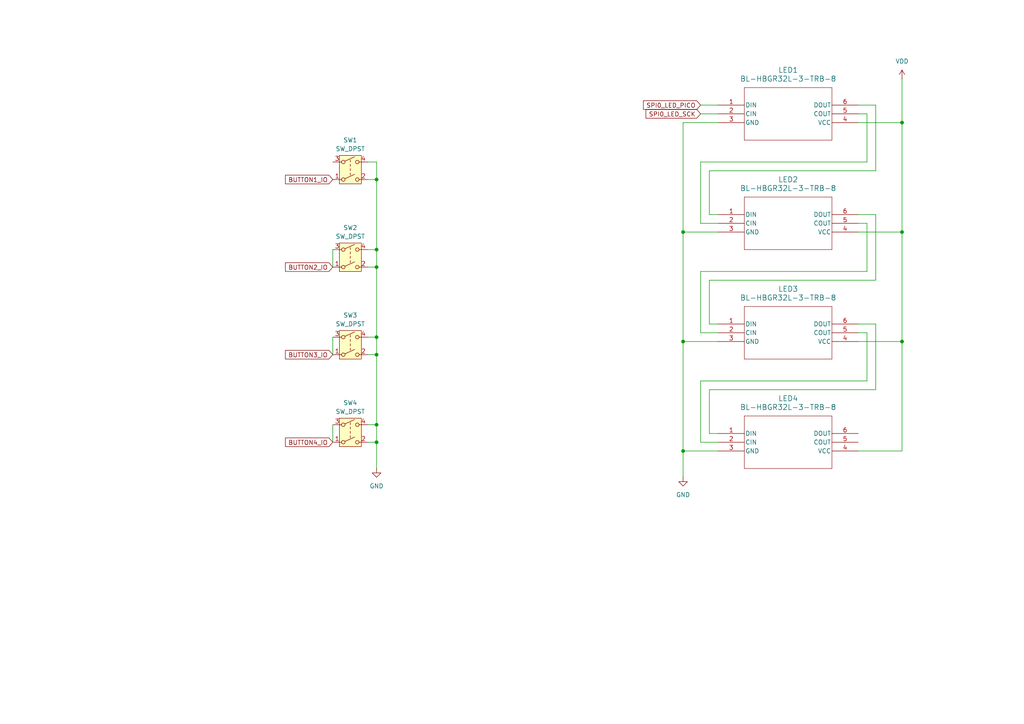
<source format=kicad_sch>
(kicad_sch (version 20231120) (generator "eeschema") (generator_version "8.0")
  (paper "A4")
  (lib_symbols
    (symbol "ELEC327-Kicad:BL-HBGR32L-3-TRB-8" (pin_names (offset 0.254))
      (property "Reference" "LED" (at 20.32 10.16 0))
      (property "Value" "BL-HBGR32L-3-TRB-8" (at 20.32 7.62 0))
      (symbol "BL-HBGR32L-3-TRB-8_0_1"
        (polyline (pts (xy 7.62 -10.16) (xy 33.02 -10.16)) (stroke (width 0.127)))
        (polyline (pts (xy 7.62 5.08) (xy 7.62 -10.16)) (stroke (width 0.127)))
        (polyline (pts (xy 33.02 -10.16) (xy 33.02 5.08)) (stroke (width 0.127)))
        (polyline (pts (xy 33.02 5.08) (xy 7.62 5.08)) (stroke (width 0.127)))
        (pin input line (at 0 0 0) (length 7.62) (name "DIN") (number "1"))
        (pin input line (at 0 -2.54 0) (length 7.62) (name "CIN") (number "2"))
        (pin power_out line (at 0 -5.08 0) (length 7.62) (name "GND") (number "3"))
        (pin power_in line (at 40.64 -5.08 180) (length 7.62) (name "VCC") (number "4"))
        (pin output line (at 40.64 -2.54 180) (length 7.62) (name "COUT") (number "5"))
        (pin output line (at 40.64 0 180) (length 7.62) (name "DOUT") (number "6"))
      )
    )
    (symbol "Switch:SW_DPST" (pin_names (offset 0) hide)
      (property "Reference" "SW" (at 0 6.35 0))
      (property "Value" "SW_DPST" (at 0 -5.08 0))
      (symbol "SW_DPST_0_0"
        (circle (center -2.032 -2.54) (radius 0.508))
        (circle (center -2.032 2.54) (radius 0.508))
        (polyline (pts (xy -1.524 -2.286) (xy 1.27 -1.016)))
        (polyline (pts (xy -1.524 2.794) (xy 1.27 4.064)))
        (polyline (pts (xy 0 -1.27) (xy 0 -0.635)))
        (polyline (pts (xy 0 0) (xy 0 0.635)))
        (polyline (pts (xy 0 1.27) (xy 0 1.905)))
        (polyline (pts (xy 0 2.54) (xy 0 3.175)))
        (circle (center 2.032 -2.54) (radius 0.508))
        (circle (center 2.032 2.54) (radius 0.508))
      )
      (symbol "SW_DPST_1_1"
        (rectangle (start -3.175 4.445) (end 3.175 -3.81) (fill (type background)))
        (pin passive line (at -5.08 -2.54 0) (length 2.54) (name "1") (number "1"))
        (pin passive line (at 5.08 -2.54 180) (length 2.54) (name "2") (number "2"))
        (pin passive line (at -5.08 2.54 0) (length 2.54) (name "3") (number "3"))
        (pin passive line (at 5.08 2.54 180) (length 2.54) (name "4") (number "4"))
      )
    )
    (symbol "power:GND" (power) (pin_numbers hide) (pin_names (offset 0) hide)
      (property "Value" "GND" (at 0 -3.81 0))
      (symbol "GND_0_1"
        (polyline (pts (xy 0 0) (xy 0 -1.27) (xy 1.27 -1.27) (xy 0 -2.54) (xy -1.27 -1.27) (xy 0 -1.27)))
      )
      (symbol "GND_1_1"
        (pin power_in line (at 0 0 270) (length 0) (name "~") (number "1"))
      )
    )
    (symbol "power:VDD" (power) (pin_numbers hide) (pin_names (offset 0) hide)
      (property "Value" "VDD" (at 0 3.556 0))
      (symbol "VDD_0_1"
        (polyline (pts (xy -0.762 1.27) (xy 0 2.54)))
        (polyline (pts (xy 0 0) (xy 0 2.54)))
        (polyline (pts (xy 0 2.54) (xy 0.762 1.27)))
      )
      (symbol "VDD_1_1"
        (pin power_in line (at 0 0 90) (length 0) (name "~") (number "1"))
      )
    )
  )
  (junction (at 261.62 99.06))
  (junction (at 109.22 52.07))
  (junction (at 261.62 35.56))
  (junction (at 109.22 123.19))
  (junction (at 109.22 97.79))
  (junction (at 198.12 130.81))
  (junction (at 261.62 67.31))
  (junction (at 109.22 72.39))
  (junction (at 109.22 77.47))
  (junction (at 109.22 128.27))
  (junction (at 109.22 102.87))
  (junction (at 198.12 67.31))
  (junction (at 198.12 99.06))
  (wire (pts (xy 106.68 102.87) (xy 109.22 102.87)))
  (wire (pts (xy 198.12 67.31) (xy 198.12 35.56)))
  (wire (pts (xy 254 30.48) (xy 254 49.53)))
  (wire (pts (xy 96.52 97.79) (xy 96.52 102.87)))
  (wire (pts (xy 205.74 113.03) (xy 205.74 125.73)))
  (wire (pts (xy 203.2 33.02) (xy 208.28 33.02)))
  (wire (pts (xy 109.22 77.47) (xy 109.22 97.79)))
  (wire (pts (xy 106.68 97.79) (xy 109.22 97.79)))
  (wire (pts (xy 261.62 99.06) (xy 261.62 130.81)))
  (wire (pts (xy 248.92 30.48) (xy 254 30.48)))
  (wire (pts (xy 203.2 78.74) (xy 251.46 78.74)))
  (wire (pts (xy 198.12 130.81) (xy 198.12 138.43)))
  (wire (pts (xy 109.22 97.79) (xy 109.22 102.87)))
  (wire (pts (xy 96.52 72.39) (xy 96.52 77.47)))
  (wire (pts (xy 251.46 96.52) (xy 248.92 96.52)))
  (wire (pts (xy 254 81.28) (xy 205.74 81.28)))
  (wire (pts (xy 261.62 67.31) (xy 261.62 99.06)))
  (wire (pts (xy 254 49.53) (xy 205.74 49.53)))
  (wire (pts (xy 261.62 99.06) (xy 248.92 99.06)))
  (wire (pts (xy 251.46 78.74) (xy 251.46 64.77)))
  (wire (pts (xy 261.62 130.81) (xy 248.92 130.81)))
  (wire (pts (xy 208.28 96.52) (xy 203.2 96.52)))
  (wire (pts (xy 109.22 128.27) (xy 109.22 135.89)))
  (wire (pts (xy 208.28 130.81) (xy 198.12 130.81)))
  (wire (pts (xy 254 62.23) (xy 254 81.28)))
  (wire (pts (xy 251.46 46.99) (xy 251.46 33.02)))
  (wire (pts (xy 205.74 93.98) (xy 208.28 93.98)))
  (wire (pts (xy 109.22 46.99) (xy 109.22 52.07)))
  (wire (pts (xy 106.68 72.39) (xy 109.22 72.39)))
  (wire (pts (xy 203.2 46.99) (xy 251.46 46.99)))
  (wire (pts (xy 261.62 22.86) (xy 261.62 35.56)))
  (wire (pts (xy 208.28 128.27) (xy 203.2 128.27)))
  (wire (pts (xy 203.2 64.77) (xy 203.2 46.99)))
  (wire (pts (xy 198.12 67.31) (xy 208.28 67.31)))
  (wire (pts (xy 198.12 99.06) (xy 208.28 99.06)))
  (wire (pts (xy 261.62 35.56) (xy 261.62 67.31)))
  (wire (pts (xy 261.62 67.31) (xy 248.92 67.31)))
  (wire (pts (xy 251.46 64.77) (xy 248.92 64.77)))
  (wire (pts (xy 254 93.98) (xy 254 113.03)))
  (wire (pts (xy 106.68 52.07) (xy 109.22 52.07)))
  (wire (pts (xy 203.2 30.48) (xy 208.28 30.48)))
  (wire (pts (xy 198.12 130.81) (xy 198.12 99.06)))
  (wire (pts (xy 106.68 128.27) (xy 109.22 128.27)))
  (wire (pts (xy 106.68 46.99) (xy 109.22 46.99)))
  (wire (pts (xy 203.2 96.52) (xy 203.2 78.74)))
  (wire (pts (xy 205.74 125.73) (xy 208.28 125.73)))
  (wire (pts (xy 254 113.03) (xy 205.74 113.03)))
  (wire (pts (xy 198.12 35.56) (xy 208.28 35.56)))
  (wire (pts (xy 205.74 49.53) (xy 205.74 62.23)))
  (wire (pts (xy 248.92 93.98) (xy 254 93.98)))
  (wire (pts (xy 109.22 102.87) (xy 109.22 123.19)))
  (wire (pts (xy 109.22 123.19) (xy 109.22 128.27)))
  (wire (pts (xy 248.92 62.23) (xy 254 62.23)))
  (wire (pts (xy 109.22 52.07) (xy 109.22 72.39)))
  (wire (pts (xy 205.74 81.28) (xy 205.74 93.98)))
  (wire (pts (xy 109.22 72.39) (xy 109.22 77.47)))
  (wire (pts (xy 251.46 33.02) (xy 248.92 33.02)))
  (wire (pts (xy 205.74 62.23) (xy 208.28 62.23)))
  (wire (pts (xy 203.2 128.27) (xy 203.2 110.49)))
  (wire (pts (xy 208.28 64.77) (xy 203.2 64.77)))
  (wire (pts (xy 96.52 123.19) (xy 96.52 128.27)))
  (wire (pts (xy 106.68 77.47) (xy 109.22 77.47)))
  (wire (pts (xy 203.2 110.49) (xy 251.46 110.49)))
  (wire (pts (xy 109.22 123.19) (xy 106.68 123.19)))
  (wire (pts (xy 251.46 110.49) (xy 251.46 96.52)))
  (wire (pts (xy 198.12 99.06) (xy 198.12 67.31)))
  (wire (pts (xy 248.92 35.56) (xy 261.62 35.56)))
  (global_label "SPI0_LED_SCK" (shape input) (at 203.2 33.02 180) (property "Intersheetrefs" "${INTERSHEET_REFS}" (effects (hide yes))))
  (global_label "BUTTON3_IO" (shape input) (at 96.52 102.87 180) (property "Intersheetrefs" "${INTERSHEET_REFS}" (effects (hide yes))))
  (global_label "BUTTON1_IO" (shape input) (at 96.52 52.07 180) (property "Intersheetrefs" "${INTERSHEET_REFS}" (effects (hide yes))))
  (global_label "BUTTON4_IO" (shape input) (at 96.52 128.27 180) (property "Intersheetrefs" "${INTERSHEET_REFS}" (effects (hide yes))))
  (global_label "BUTTON2_IO" (shape input) (at 96.52 77.47 180) (property "Intersheetrefs" "${INTERSHEET_REFS}" (effects (hide yes))))
  (global_label "SPI0_LED_PICO" (shape input) (at 203.2 30.48 180) (property "Intersheetrefs" "${INTERSHEET_REFS}" (effects (hide yes))))
  (symbol (lib_id "ELEC327-Kicad:BL-HBGR32L-3-TRB-8") (at 208.28 125.73 0) (unit 1)
    (property "Reference" "LED4" (at 228.6 115.57 0) (effects (font (size 1.524 1.524))))
    (property "Value" "BL-HBGR32L-3-TRB-8" (at 228.6 118.11 0) (effects (font (size 1.524 1.524))))
    (property "Footprint" "BL-HBGR32L-3-TRB-8_AMB" (effects (hide yes)))
    (property "Datasheet" "BL-HBGR32L-3-TRB-8" (effects (hide yes)))
  )
  (symbol (lib_id "power:GND") (at 109.22 135.89 0) (unit 1)
    (property "Reference" "#PWR01" (effects (hide yes)))
    (property "Value" "GND" (at 109.22 140.97 0))
    (property "Description" "Power symbol creates a global label with name \"GND\" , ground" (effects (hide yes)))
  )
  (symbol (lib_id "power:GND") (at 198.12 138.43 0) (unit 1)
    (property "Reference" "#PWR014" (effects (hide yes)))
    (property "Value" "GND" (at 198.12 143.51 0))
    (property "Description" "Power symbol creates a global label with name \"GND\" , ground" (effects (hide yes)))
  )
  (symbol (lib_id "ELEC327-Kicad:BL-HBGR32L-3-TRB-8") (at 208.28 30.48 0) (unit 1)
    (property "Reference" "LED1" (at 228.6 20.32 0) (effects (font (size 1.524 1.524))))
    (property "Value" "BL-HBGR32L-3-TRB-8" (at 228.6 22.86 0) (effects (font (size 1.524 1.524))))
    (property "Footprint" "BL-HBGR32L-3-TRB-8_AMB" (effects (hide yes)))
    (property "Datasheet" "BL-HBGR32L-3-TRB-8" (effects (hide yes)))
  )
  (symbol (lib_id "Switch:SW_DPST") (at 101.6 49.53 0) (unit 1)
    (property "Reference" "SW1" (at 101.6 40.64 0))
    (property "Value" "SW_DPST" (at 101.6 43.18 0))
    (property "Footprint" "Button_Switch_SMD:SW_SPST_PTS645" (effects (hide yes)))
    (property "Description" "Double Pole Single Throw (DPST) Switch" (effects (hide yes)))
  )
  (symbol (lib_id "Switch:SW_DPST") (at 101.6 74.93 0) (unit 1)
    (property "Reference" "SW2" (at 101.6 66.04 0))
    (property "Value" "SW_DPST" (at 101.6 68.58 0))
    (property "Footprint" "Button_Switch_SMD:SW_SPST_PTS645" (effects (hide yes)))
    (property "Description" "Double Pole Single Throw (DPST) Switch" (effects (hide yes)))
  )
  (symbol (lib_id "ELEC327-Kicad:BL-HBGR32L-3-TRB-8") (at 208.28 93.98 0) (unit 1)
    (property "Reference" "LED3" (at 228.6 83.82 0) (effects (font (size 1.524 1.524))))
    (property "Value" "BL-HBGR32L-3-TRB-8" (at 228.6 86.36 0) (effects (font (size 1.524 1.524))))
    (property "Footprint" "BL-HBGR32L-3-TRB-8_AMB" (effects (hide yes)))
    (property "Datasheet" "BL-HBGR32L-3-TRB-8" (effects (hide yes)))
  )
  (symbol (lib_id "power:VDD") (at 261.62 22.86 0) (unit 1)
    (property "Reference" "#PWR013" (effects (hide yes)))
    (property "Value" "VDD" (at 261.62 17.78 0))
    (property "Description" "Power symbol creates a global label with name \"VDD\"" (effects (hide yes)))
  )
  (symbol (lib_id "Switch:SW_DPST") (at 101.6 100.33 0) (unit 1)
    (property "Reference" "SW3" (at 101.6 91.44 0))
    (property "Value" "SW_DPST" (at 101.6 93.98 0))
    (property "Footprint" "Button_Switch_SMD:SW_SPST_PTS645" (effects (hide yes)))
    (property "Description" "Double Pole Single Throw (DPST) Switch" (effects (hide yes)))
  )
  (symbol (lib_id "ELEC327-Kicad:BL-HBGR32L-3-TRB-8") (at 208.28 62.23 0) (unit 1)
    (property "Reference" "LED2" (at 228.6 52.07 0) (effects (font (size 1.524 1.524))))
    (property "Value" "BL-HBGR32L-3-TRB-8" (at 228.6 54.61 0) (effects (font (size 1.524 1.524))))
    (property "Footprint" "BL-HBGR32L-3-TRB-8_AMB" (effects (hide yes)))
    (property "Datasheet" "BL-HBGR32L-3-TRB-8" (effects (hide yes)))
  )
  (symbol (lib_id "Switch:SW_DPST") (at 101.6 125.73 0) (unit 1)
    (property "Reference" "SW4" (at 101.6 116.84 0))
    (property "Value" "SW_DPST" (at 101.6 119.38 0))
    (property "Footprint" "Button_Switch_SMD:SW_SPST_PTS645" (effects (hide yes)))
    (property "Description" "Double Pole Single Throw (DPST) Switch" (effects (hide yes)))
  )
)
</source>
